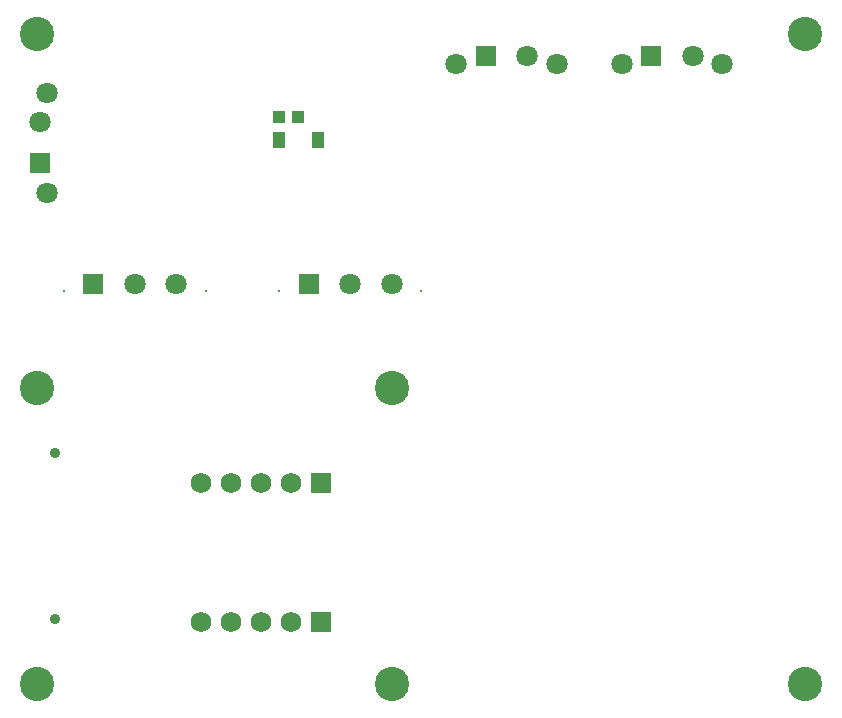
<source format=gbs>
G04*
G04 #@! TF.GenerationSoftware,Altium Limited,Altium Designer,18.0.9 (584)*
G04*
G04 Layer_Color=16711935*
%FSLAX25Y25*%
%MOIN*%
G70*
G01*
G75*
%ADD51R,0.04147X0.04147*%
%ADD85R,0.06800X0.06800*%
%ADD86C,0.06800*%
%ADD87C,0.07099*%
%ADD88R,0.07099X0.07099*%
%ADD89C,0.03556*%
%ADD90R,0.07099X0.07099*%
%ADD91C,0.00800*%
%ADD92C,0.11430*%
%ADD111R,0.04383X0.05603*%
D51*
X86811Y188976D02*
D03*
X80709D02*
D03*
D85*
X94646Y20669D02*
D03*
Y66929D02*
D03*
D86*
X84646Y20669D02*
D03*
X74646D02*
D03*
X64646D02*
D03*
X54646D02*
D03*
X84646Y66929D02*
D03*
X74646D02*
D03*
X64646D02*
D03*
X54646D02*
D03*
D87*
X173228Y206697D02*
D03*
X139764D02*
D03*
X163386Y209177D02*
D03*
X228346Y206697D02*
D03*
X194882D02*
D03*
X218504Y209177D02*
D03*
X3268Y197047D02*
D03*
Y163583D02*
D03*
X787Y187205D02*
D03*
X104331Y133386D02*
D03*
X118110D02*
D03*
X46260D02*
D03*
X32480D02*
D03*
D88*
X149606Y209177D02*
D03*
X204724D02*
D03*
X90551Y133386D02*
D03*
X18701D02*
D03*
D89*
X5906Y21457D02*
D03*
Y76968D02*
D03*
D90*
X787Y173425D02*
D03*
D91*
X80709Y130905D02*
D03*
X127953D02*
D03*
X56102D02*
D03*
X8858D02*
D03*
D92*
X0Y216535D02*
D03*
X255906D02*
D03*
Y0D02*
D03*
X0Y98425D02*
D03*
X118110D02*
D03*
Y0D02*
D03*
X0D02*
D03*
D111*
X80709Y181102D02*
D03*
X93622D02*
D03*
M02*

</source>
